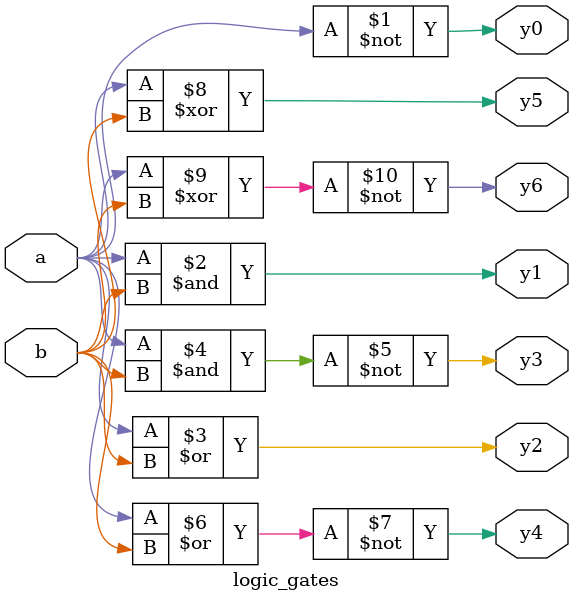
<source format=v>
module logic_gates(
    input a,b,
    output y0, y1, y2, y3, y4, y5, y6
    );
    assign y0=~a; // NOT
    assign y1=a&b; // AND
    assign y2=a|b; // OR
    assign y3=~(a&b); // NAND
    assign y4=~(a|b); // NOR
    assign y5=a^b; // EXOR
    assign y6=~(a^b); // EXNOR
    
endmodule

</source>
